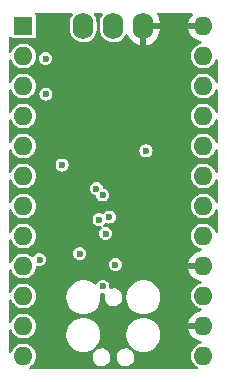
<source format=gbl>
G04 #@! TF.GenerationSoftware,KiCad,Pcbnew,7.0.9*
G04 #@! TF.CreationDate,2023-11-23T02:36:07+01:00*
G04 #@! TF.ProjectId,bosch_kf4_pll,626f7363-685f-46b6-9634-5f706c6c2e6b,2*
G04 #@! TF.SameCoordinates,Original*
G04 #@! TF.FileFunction,Copper,L4,Bot*
G04 #@! TF.FilePolarity,Positive*
%FSLAX46Y46*%
G04 Gerber Fmt 4.6, Leading zero omitted, Abs format (unit mm)*
G04 Created by KiCad (PCBNEW 7.0.9) date 2023-11-23 02:36:07*
%MOMM*%
%LPD*%
G01*
G04 APERTURE LIST*
G04 #@! TA.AperFunction,ComponentPad*
%ADD10O,1.750000X2.250000*%
G04 #@! TD*
G04 #@! TA.AperFunction,ComponentPad*
%ADD11R,1.600000X1.600000*%
G04 #@! TD*
G04 #@! TA.AperFunction,ComponentPad*
%ADD12O,1.600000X1.600000*%
G04 #@! TD*
G04 #@! TA.AperFunction,ViaPad*
%ADD13C,0.600000*%
G04 #@! TD*
G04 APERTURE END LIST*
D10*
X144282500Y-77530000D03*
X146822500Y-77530000D03*
X149362500Y-77530000D03*
D11*
X139217500Y-77530000D03*
D12*
X139217500Y-80070000D03*
X139217500Y-82610000D03*
X139217500Y-85150000D03*
X139217500Y-87690000D03*
X139217500Y-90230000D03*
X139217500Y-92770000D03*
X139217500Y-95310000D03*
X139217500Y-97850000D03*
X139217500Y-100390000D03*
X139217500Y-102930000D03*
X139217500Y-105470000D03*
X154457500Y-105470000D03*
X154457500Y-102930000D03*
X154457500Y-100390000D03*
X154457500Y-97850000D03*
X154457500Y-95310000D03*
X154457500Y-92770000D03*
X154457500Y-90230000D03*
X154457500Y-87690000D03*
X154457500Y-85150000D03*
X154457500Y-82610000D03*
X154457500Y-80070000D03*
X154457500Y-77530000D03*
D13*
X149587500Y-88100000D03*
X142487500Y-89300000D03*
X145937500Y-99580000D03*
X147000000Y-97730000D03*
X142787500Y-84200000D03*
X141087500Y-81900000D03*
X151487500Y-91500000D03*
X145400000Y-99000000D03*
X150387500Y-88400000D03*
X144087500Y-87200000D03*
X148787500Y-84100000D03*
X147001193Y-98498750D03*
X146687500Y-94500000D03*
X147990075Y-94902575D03*
X143117500Y-96630000D03*
X146837500Y-104930000D03*
X151987500Y-94500000D03*
X140587500Y-98100000D03*
X142687500Y-85600000D03*
X148787500Y-87100000D03*
X144287500Y-89300000D03*
X144787500Y-91800000D03*
X145617500Y-93930000D03*
X143987500Y-96800000D03*
X140587500Y-97300000D03*
X145919176Y-91831676D03*
X141087500Y-80300000D03*
X141114400Y-83300000D03*
X145387500Y-91300000D03*
X146187500Y-95100000D03*
X146487500Y-93700000D03*
G04 #@! TA.AperFunction,Conductor*
G36*
X143349785Y-76420185D02*
G01*
X143395540Y-76472989D01*
X143405484Y-76542147D01*
X143387062Y-76591539D01*
X143277565Y-76761919D01*
X143197677Y-76961469D01*
X143162337Y-77144835D01*
X143157000Y-77172528D01*
X143157000Y-77833618D01*
X143172312Y-77993971D01*
X143232869Y-78200209D01*
X143283325Y-78298080D01*
X143331364Y-78391263D01*
X143464229Y-78560214D01*
X143464230Y-78560215D01*
X143464232Y-78560217D01*
X143549920Y-78634466D01*
X143626678Y-78700978D01*
X143812819Y-78808446D01*
X143812820Y-78808446D01*
X143812823Y-78808448D01*
X144015946Y-78878750D01*
X144228701Y-78909338D01*
X144228702Y-78909339D01*
X144228702Y-78909338D01*
X144228703Y-78909339D01*
X144443404Y-78899112D01*
X144652290Y-78848437D01*
X144847810Y-78759146D01*
X145022899Y-78634466D01*
X145100816Y-78552749D01*
X145171225Y-78478905D01*
X145171224Y-78478905D01*
X145171227Y-78478903D01*
X145287435Y-78298080D01*
X145367322Y-78098532D01*
X145408000Y-77887472D01*
X145408000Y-77226382D01*
X145392688Y-77066029D01*
X145332131Y-76859791D01*
X145233638Y-76668741D01*
X145180484Y-76601150D01*
X145154517Y-76536287D01*
X145167740Y-76467680D01*
X145215956Y-76417113D01*
X145277956Y-76400500D01*
X145822746Y-76400500D01*
X145889785Y-76420185D01*
X145935540Y-76472989D01*
X145945484Y-76542147D01*
X145927062Y-76591539D01*
X145817565Y-76761919D01*
X145737677Y-76961469D01*
X145702337Y-77144835D01*
X145697000Y-77172528D01*
X145697000Y-77833618D01*
X145712312Y-77993971D01*
X145772869Y-78200209D01*
X145823325Y-78298080D01*
X145871364Y-78391263D01*
X146004229Y-78560214D01*
X146004230Y-78560215D01*
X146004232Y-78560217D01*
X146089920Y-78634466D01*
X146166678Y-78700978D01*
X146352819Y-78808446D01*
X146352820Y-78808446D01*
X146352823Y-78808448D01*
X146555946Y-78878750D01*
X146768701Y-78909338D01*
X146768702Y-78909339D01*
X146768702Y-78909338D01*
X146768703Y-78909339D01*
X146983404Y-78899112D01*
X147192290Y-78848437D01*
X147387810Y-78759146D01*
X147562899Y-78634466D01*
X147640816Y-78552749D01*
X147711225Y-78478905D01*
X147711224Y-78478905D01*
X147711227Y-78478903D01*
X147827435Y-78298080D01*
X147841495Y-78262959D01*
X147884684Y-78208039D01*
X147950711Y-78185186D01*
X148018611Y-78201658D01*
X148066827Y-78252225D01*
X148069604Y-78257970D01*
X148157762Y-78452999D01*
X148157767Y-78453007D01*
X148288831Y-78646923D01*
X148450788Y-78815906D01*
X148450789Y-78815907D01*
X148638966Y-78955083D01*
X148847967Y-79060459D01*
X149071772Y-79128998D01*
X149112499Y-79134212D01*
X149112500Y-79134212D01*
X149112500Y-77965501D01*
X149220185Y-78014680D01*
X149326737Y-78030000D01*
X149398263Y-78030000D01*
X149504815Y-78014680D01*
X149612500Y-77965501D01*
X149612500Y-79132689D01*
X149766587Y-79099481D01*
X149766588Y-79099481D01*
X149983764Y-79012213D01*
X150183078Y-78889491D01*
X150358773Y-78734859D01*
X150358775Y-78734857D01*
X150505818Y-78552749D01*
X150505819Y-78552749D01*
X150619968Y-78348414D01*
X150697940Y-78127729D01*
X150697943Y-78127717D01*
X150737499Y-77897038D01*
X150737500Y-77897029D01*
X150737500Y-77780000D01*
X149796186Y-77780000D01*
X149821993Y-77739844D01*
X149862500Y-77601889D01*
X149862500Y-77458111D01*
X149821993Y-77320156D01*
X149796186Y-77280000D01*
X150737500Y-77280000D01*
X150737500Y-77221591D01*
X150722622Y-77046788D01*
X150663644Y-76820277D01*
X150567237Y-76607000D01*
X150567234Y-76606994D01*
X150558408Y-76593936D01*
X150537177Y-76527370D01*
X150555305Y-76459893D01*
X150607036Y-76412928D01*
X150661144Y-76400500D01*
X153449160Y-76400500D01*
X153516199Y-76420185D01*
X153561954Y-76472989D01*
X153571898Y-76542147D01*
X153542873Y-76605703D01*
X153536841Y-76612181D01*
X153457842Y-76691179D01*
X153327365Y-76877517D01*
X153231234Y-77083673D01*
X153231230Y-77083682D01*
X153178627Y-77279999D01*
X153178628Y-77280000D01*
X154141814Y-77280000D01*
X154129859Y-77291955D01*
X154072335Y-77404852D01*
X154052514Y-77530000D01*
X154072335Y-77655148D01*
X154129859Y-77768045D01*
X154141814Y-77780000D01*
X153178628Y-77780000D01*
X153231230Y-77976317D01*
X153231234Y-77976326D01*
X153327365Y-78182482D01*
X153457842Y-78368820D01*
X153618679Y-78529657D01*
X153805017Y-78660134D01*
X154011173Y-78756265D01*
X154011182Y-78756269D01*
X154206756Y-78808673D01*
X154266417Y-78845038D01*
X154296946Y-78907885D01*
X154288651Y-78977261D01*
X154244166Y-79031138D01*
X154210658Y-79047109D01*
X154053543Y-79094769D01*
X153982601Y-79132689D01*
X153871050Y-79192315D01*
X153871048Y-79192316D01*
X153871047Y-79192317D01*
X153711089Y-79323589D01*
X153579817Y-79483547D01*
X153482269Y-79666043D01*
X153422199Y-79864067D01*
X153401917Y-80070000D01*
X153422199Y-80275932D01*
X153422200Y-80275934D01*
X153482268Y-80473954D01*
X153579815Y-80656450D01*
X153579817Y-80656452D01*
X153711089Y-80816410D01*
X153807709Y-80895702D01*
X153871050Y-80947685D01*
X154053546Y-81045232D01*
X154251566Y-81105300D01*
X154251565Y-81105300D01*
X154270029Y-81107118D01*
X154457500Y-81125583D01*
X154663434Y-81105300D01*
X154861454Y-81045232D01*
X155043950Y-80947685D01*
X155203910Y-80816410D01*
X155335185Y-80656450D01*
X155432732Y-80473954D01*
X155444339Y-80435687D01*
X155482636Y-80377250D01*
X155546448Y-80348793D01*
X155615515Y-80359352D01*
X155667909Y-80405576D01*
X155687000Y-80471683D01*
X155687000Y-82208316D01*
X155667315Y-82275355D01*
X155614511Y-82321110D01*
X155545353Y-82331054D01*
X155481797Y-82302029D01*
X155444339Y-82244311D01*
X155432732Y-82206046D01*
X155335185Y-82023550D01*
X155283202Y-81960209D01*
X155203910Y-81863589D01*
X155043952Y-81732317D01*
X155043953Y-81732317D01*
X155043950Y-81732315D01*
X154861454Y-81634768D01*
X154663434Y-81574700D01*
X154663432Y-81574699D01*
X154663434Y-81574699D01*
X154457500Y-81554417D01*
X154251567Y-81574699D01*
X154053543Y-81634769D01*
X153943398Y-81693643D01*
X153871050Y-81732315D01*
X153871048Y-81732316D01*
X153871047Y-81732317D01*
X153711089Y-81863589D01*
X153579817Y-82023547D01*
X153482269Y-82206043D01*
X153422199Y-82404067D01*
X153401917Y-82610000D01*
X153422199Y-82815932D01*
X153423172Y-82819139D01*
X153482268Y-83013954D01*
X153579815Y-83196450D01*
X153579817Y-83196452D01*
X153711089Y-83356410D01*
X153807709Y-83435702D01*
X153871050Y-83487685D01*
X154053546Y-83585232D01*
X154251566Y-83645300D01*
X154251565Y-83645300D01*
X154270029Y-83647118D01*
X154457500Y-83665583D01*
X154663434Y-83645300D01*
X154861454Y-83585232D01*
X155043950Y-83487685D01*
X155203910Y-83356410D01*
X155335185Y-83196450D01*
X155432732Y-83013954D01*
X155444339Y-82975687D01*
X155482636Y-82917250D01*
X155546448Y-82888793D01*
X155615515Y-82899352D01*
X155667909Y-82945576D01*
X155687000Y-83011683D01*
X155687000Y-84748316D01*
X155667315Y-84815355D01*
X155614511Y-84861110D01*
X155545353Y-84871054D01*
X155481797Y-84842029D01*
X155444339Y-84784311D01*
X155432732Y-84746046D01*
X155335185Y-84563550D01*
X155283202Y-84500209D01*
X155203910Y-84403589D01*
X155043952Y-84272317D01*
X155043953Y-84272317D01*
X155043950Y-84272315D01*
X154861454Y-84174768D01*
X154663434Y-84114700D01*
X154663432Y-84114699D01*
X154663434Y-84114699D01*
X154457500Y-84094417D01*
X154251567Y-84114699D01*
X154053543Y-84174769D01*
X153943398Y-84233643D01*
X153871050Y-84272315D01*
X153871048Y-84272316D01*
X153871047Y-84272317D01*
X153711089Y-84403589D01*
X153579817Y-84563547D01*
X153482269Y-84746043D01*
X153422199Y-84944067D01*
X153401917Y-85150000D01*
X153422199Y-85355932D01*
X153422200Y-85355934D01*
X153482268Y-85553954D01*
X153579815Y-85736450D01*
X153579817Y-85736452D01*
X153711089Y-85896410D01*
X153807709Y-85975702D01*
X153871050Y-86027685D01*
X154053546Y-86125232D01*
X154251566Y-86185300D01*
X154251565Y-86185300D01*
X154270029Y-86187118D01*
X154457500Y-86205583D01*
X154663434Y-86185300D01*
X154861454Y-86125232D01*
X155043950Y-86027685D01*
X155203910Y-85896410D01*
X155335185Y-85736450D01*
X155432732Y-85553954D01*
X155444339Y-85515687D01*
X155482636Y-85457250D01*
X155546448Y-85428793D01*
X155615515Y-85439352D01*
X155667909Y-85485576D01*
X155687000Y-85551683D01*
X155687000Y-87288316D01*
X155667315Y-87355355D01*
X155614511Y-87401110D01*
X155545353Y-87411054D01*
X155481797Y-87382029D01*
X155444339Y-87324311D01*
X155432732Y-87286046D01*
X155335185Y-87103550D01*
X155283202Y-87040209D01*
X155203910Y-86943589D01*
X155043952Y-86812317D01*
X155043953Y-86812317D01*
X155043950Y-86812315D01*
X154861454Y-86714768D01*
X154663434Y-86654700D01*
X154663432Y-86654699D01*
X154663434Y-86654699D01*
X154457500Y-86634417D01*
X154251567Y-86654699D01*
X154053543Y-86714769D01*
X153943398Y-86773643D01*
X153871050Y-86812315D01*
X153871048Y-86812316D01*
X153871047Y-86812317D01*
X153711089Y-86943589D01*
X153579817Y-87103547D01*
X153482269Y-87286043D01*
X153422199Y-87484067D01*
X153401917Y-87690000D01*
X153422199Y-87895932D01*
X153422200Y-87895934D01*
X153482268Y-88093954D01*
X153579815Y-88276450D01*
X153579817Y-88276452D01*
X153711089Y-88436410D01*
X153807709Y-88515702D01*
X153871050Y-88567685D01*
X154053546Y-88665232D01*
X154251566Y-88725300D01*
X154251565Y-88725300D01*
X154270029Y-88727118D01*
X154457500Y-88745583D01*
X154663434Y-88725300D01*
X154861454Y-88665232D01*
X155043950Y-88567685D01*
X155203910Y-88436410D01*
X155335185Y-88276450D01*
X155432732Y-88093954D01*
X155444339Y-88055687D01*
X155482636Y-87997250D01*
X155546448Y-87968793D01*
X155615515Y-87979352D01*
X155667909Y-88025576D01*
X155687000Y-88091683D01*
X155687000Y-89828316D01*
X155667315Y-89895355D01*
X155614511Y-89941110D01*
X155545353Y-89951054D01*
X155481797Y-89922029D01*
X155444339Y-89864311D01*
X155432732Y-89826046D01*
X155335185Y-89643550D01*
X155281080Y-89577622D01*
X155203910Y-89483589D01*
X155043952Y-89352317D01*
X155043953Y-89352317D01*
X155043950Y-89352315D01*
X154861454Y-89254768D01*
X154663434Y-89194700D01*
X154663432Y-89194699D01*
X154663434Y-89194699D01*
X154457500Y-89174417D01*
X154251567Y-89194699D01*
X154053543Y-89254769D01*
X153943398Y-89313643D01*
X153871050Y-89352315D01*
X153871048Y-89352316D01*
X153871047Y-89352317D01*
X153711089Y-89483589D01*
X153579817Y-89643547D01*
X153482269Y-89826043D01*
X153422199Y-90024067D01*
X153401917Y-90230000D01*
X153422199Y-90435932D01*
X153422200Y-90435934D01*
X153482268Y-90633954D01*
X153579815Y-90816450D01*
X153579817Y-90816452D01*
X153711089Y-90976410D01*
X153767101Y-91022377D01*
X153871050Y-91107685D01*
X154053546Y-91205232D01*
X154251566Y-91265300D01*
X154251565Y-91265300D01*
X154270029Y-91267118D01*
X154457500Y-91285583D01*
X154663434Y-91265300D01*
X154861454Y-91205232D01*
X155043950Y-91107685D01*
X155203910Y-90976410D01*
X155335185Y-90816450D01*
X155432732Y-90633954D01*
X155444339Y-90595687D01*
X155482636Y-90537250D01*
X155546448Y-90508793D01*
X155615515Y-90519352D01*
X155667909Y-90565576D01*
X155687000Y-90631683D01*
X155687000Y-92368316D01*
X155667315Y-92435355D01*
X155614511Y-92481110D01*
X155545353Y-92491054D01*
X155481797Y-92462029D01*
X155444339Y-92404311D01*
X155432732Y-92366046D01*
X155335185Y-92183550D01*
X155274248Y-92109298D01*
X155203910Y-92023589D01*
X155043952Y-91892317D01*
X155043953Y-91892317D01*
X155043950Y-91892315D01*
X154861454Y-91794768D01*
X154663434Y-91734700D01*
X154663432Y-91734699D01*
X154663434Y-91734699D01*
X154457500Y-91714417D01*
X154251567Y-91734699D01*
X154053543Y-91794769D01*
X153968761Y-91840087D01*
X153871050Y-91892315D01*
X153871048Y-91892316D01*
X153871047Y-91892317D01*
X153711089Y-92023589D01*
X153579817Y-92183547D01*
X153482269Y-92366043D01*
X153482268Y-92366045D01*
X153482268Y-92366046D01*
X153481579Y-92368316D01*
X153422199Y-92564067D01*
X153401917Y-92770000D01*
X153422199Y-92975932D01*
X153422200Y-92975934D01*
X153482268Y-93173954D01*
X153579815Y-93356450D01*
X153610361Y-93393671D01*
X153711089Y-93516410D01*
X153759685Y-93556291D01*
X153871050Y-93647685D01*
X154053546Y-93745232D01*
X154251566Y-93805300D01*
X154251565Y-93805300D01*
X154270029Y-93807118D01*
X154457500Y-93825583D01*
X154663434Y-93805300D01*
X154861454Y-93745232D01*
X155043950Y-93647685D01*
X155203910Y-93516410D01*
X155335185Y-93356450D01*
X155432732Y-93173954D01*
X155444339Y-93135687D01*
X155482636Y-93077250D01*
X155546448Y-93048793D01*
X155615515Y-93059352D01*
X155667909Y-93105576D01*
X155687000Y-93171683D01*
X155687000Y-94908316D01*
X155667315Y-94975355D01*
X155614511Y-95021110D01*
X155545353Y-95031054D01*
X155481797Y-95002029D01*
X155444339Y-94944311D01*
X155432732Y-94906046D01*
X155335185Y-94723550D01*
X155230404Y-94595873D01*
X155203910Y-94563589D01*
X155043952Y-94432317D01*
X155043953Y-94432317D01*
X155043950Y-94432315D01*
X154861454Y-94334768D01*
X154663434Y-94274700D01*
X154663432Y-94274699D01*
X154663434Y-94274699D01*
X154457500Y-94254417D01*
X154251567Y-94274699D01*
X154053543Y-94334769D01*
X153943398Y-94393643D01*
X153871050Y-94432315D01*
X153871048Y-94432316D01*
X153871047Y-94432317D01*
X153711089Y-94563589D01*
X153579817Y-94723547D01*
X153482269Y-94906043D01*
X153422199Y-95104067D01*
X153401917Y-95310000D01*
X153422199Y-95515932D01*
X153422200Y-95515934D01*
X153482268Y-95713954D01*
X153579815Y-95896450D01*
X153579817Y-95896452D01*
X153711089Y-96056410D01*
X153807709Y-96135702D01*
X153871050Y-96187685D01*
X154053546Y-96285232D01*
X154210660Y-96332891D01*
X154269097Y-96371187D01*
X154297553Y-96434999D01*
X154286993Y-96504067D01*
X154240769Y-96556460D01*
X154206757Y-96571326D01*
X154011180Y-96623731D01*
X154011173Y-96623734D01*
X153805017Y-96719865D01*
X153618679Y-96850342D01*
X153457842Y-97011179D01*
X153327365Y-97197517D01*
X153231234Y-97403673D01*
X153231230Y-97403682D01*
X153178627Y-97599999D01*
X153178628Y-97600000D01*
X154141814Y-97600000D01*
X154129859Y-97611955D01*
X154072335Y-97724852D01*
X154052514Y-97850000D01*
X154072335Y-97975148D01*
X154129859Y-98088045D01*
X154141814Y-98100000D01*
X153178628Y-98100000D01*
X153231230Y-98296317D01*
X153231234Y-98296326D01*
X153327365Y-98502482D01*
X153457842Y-98688820D01*
X153618679Y-98849657D01*
X153805017Y-98980134D01*
X154011173Y-99076265D01*
X154011182Y-99076269D01*
X154206756Y-99128673D01*
X154266417Y-99165038D01*
X154296946Y-99227885D01*
X154288651Y-99297261D01*
X154244166Y-99351138D01*
X154210658Y-99367109D01*
X154053543Y-99414769D01*
X153943398Y-99473643D01*
X153871050Y-99512315D01*
X153871048Y-99512316D01*
X153871047Y-99512317D01*
X153711089Y-99643589D01*
X153579817Y-99803547D01*
X153482269Y-99986043D01*
X153422199Y-100184067D01*
X153401917Y-100390000D01*
X153422199Y-100595932D01*
X153429616Y-100620383D01*
X153482268Y-100793954D01*
X153579815Y-100976450D01*
X153614469Y-101018677D01*
X153711089Y-101136410D01*
X153783204Y-101195592D01*
X153871050Y-101267685D01*
X154053546Y-101365232D01*
X154210660Y-101412891D01*
X154269097Y-101451187D01*
X154297553Y-101514999D01*
X154286993Y-101584067D01*
X154240769Y-101636460D01*
X154206757Y-101651326D01*
X154011180Y-101703731D01*
X154011173Y-101703734D01*
X153805017Y-101799865D01*
X153618679Y-101930342D01*
X153457842Y-102091179D01*
X153327365Y-102277517D01*
X153231234Y-102483673D01*
X153231230Y-102483682D01*
X153178627Y-102679999D01*
X153178628Y-102680000D01*
X154141814Y-102680000D01*
X154129859Y-102691955D01*
X154072335Y-102804852D01*
X154052514Y-102930000D01*
X154072335Y-103055148D01*
X154129859Y-103168045D01*
X154141814Y-103180000D01*
X153178628Y-103180000D01*
X153231230Y-103376317D01*
X153231234Y-103376326D01*
X153327365Y-103582482D01*
X153457842Y-103768820D01*
X153618679Y-103929657D01*
X153805017Y-104060134D01*
X154011173Y-104156265D01*
X154011182Y-104156269D01*
X154206756Y-104208673D01*
X154266417Y-104245038D01*
X154296946Y-104307885D01*
X154288651Y-104377261D01*
X154244166Y-104431138D01*
X154210658Y-104447109D01*
X154053543Y-104494769D01*
X153943398Y-104553643D01*
X153871050Y-104592315D01*
X153871048Y-104592316D01*
X153871047Y-104592317D01*
X153711089Y-104723589D01*
X153595525Y-104864407D01*
X153579815Y-104883550D01*
X153552863Y-104933973D01*
X153482269Y-105066043D01*
X153422199Y-105264067D01*
X153401917Y-105470000D01*
X153422199Y-105675932D01*
X153422200Y-105675934D01*
X153482268Y-105873954D01*
X153579815Y-106056450D01*
X153614469Y-106098677D01*
X153711089Y-106216410D01*
X153783204Y-106275592D01*
X153871050Y-106347685D01*
X153905581Y-106366142D01*
X153955425Y-106415105D01*
X153970885Y-106483243D01*
X153947053Y-106548922D01*
X153891495Y-106591291D01*
X153847127Y-106599500D01*
X139827873Y-106599500D01*
X139760834Y-106579815D01*
X139715079Y-106527011D01*
X139705135Y-106457853D01*
X139734160Y-106394297D01*
X139769417Y-106366143D01*
X139803950Y-106347685D01*
X139963910Y-106216410D01*
X140095185Y-106056450D01*
X140192732Y-105873954D01*
X140252800Y-105675934D01*
X140258934Y-105613660D01*
X145071893Y-105613660D01*
X145102168Y-105785354D01*
X145171221Y-105945438D01*
X145171222Y-105945440D01*
X145171224Y-105945443D01*
X145253868Y-106056452D01*
X145275332Y-106085283D01*
X145408886Y-106197349D01*
X145564685Y-106275594D01*
X145734329Y-106315800D01*
X145734331Y-106315800D01*
X145864929Y-106315800D01*
X145864936Y-106315800D01*
X145994664Y-106300637D01*
X146158493Y-106241008D01*
X146304154Y-106145205D01*
X146423796Y-106018393D01*
X146510967Y-105867407D01*
X146560969Y-105700388D01*
X146566021Y-105613660D01*
X147103893Y-105613660D01*
X147134168Y-105785354D01*
X147203221Y-105945438D01*
X147203222Y-105945440D01*
X147203224Y-105945443D01*
X147285868Y-106056452D01*
X147307332Y-106085283D01*
X147440886Y-106197349D01*
X147596685Y-106275594D01*
X147766329Y-106315800D01*
X147766331Y-106315800D01*
X147896929Y-106315800D01*
X147896936Y-106315800D01*
X148026664Y-106300637D01*
X148190493Y-106241008D01*
X148336154Y-106145205D01*
X148455796Y-106018393D01*
X148542967Y-105867407D01*
X148592969Y-105700388D01*
X148603107Y-105526340D01*
X148572832Y-105354646D01*
X148503779Y-105194562D01*
X148501167Y-105191054D01*
X148399667Y-105054716D01*
X148266114Y-104942651D01*
X148266112Y-104942650D01*
X148110318Y-104864407D01*
X148110316Y-104864406D01*
X148110315Y-104864406D01*
X147940671Y-104824200D01*
X147810064Y-104824200D01*
X147696552Y-104837467D01*
X147680335Y-104839363D01*
X147680332Y-104839364D01*
X147516508Y-104898991D01*
X147516504Y-104898993D01*
X147370848Y-104994792D01*
X147370847Y-104994793D01*
X147251206Y-105121603D01*
X147251203Y-105121609D01*
X147164034Y-105272590D01*
X147114031Y-105439610D01*
X147114030Y-105439616D01*
X147108979Y-105526340D01*
X147103893Y-105613660D01*
X146566021Y-105613660D01*
X146571107Y-105526340D01*
X146540832Y-105354646D01*
X146471779Y-105194562D01*
X146469167Y-105191054D01*
X146367667Y-105054716D01*
X146234114Y-104942651D01*
X146234112Y-104942650D01*
X146078318Y-104864407D01*
X146078316Y-104864406D01*
X146078315Y-104864406D01*
X145908671Y-104824200D01*
X145778064Y-104824200D01*
X145664552Y-104837467D01*
X145648335Y-104839363D01*
X145648332Y-104839364D01*
X145484509Y-104898990D01*
X145342327Y-104992505D01*
X145340422Y-104993086D01*
X145339736Y-104993851D01*
X145219207Y-105121603D01*
X145219203Y-105121609D01*
X145132034Y-105272590D01*
X145082031Y-105439610D01*
X145082030Y-105439616D01*
X145076979Y-105526340D01*
X145071893Y-105613660D01*
X140258934Y-105613660D01*
X140273083Y-105470000D01*
X140252800Y-105264066D01*
X140192732Y-105066046D01*
X140095185Y-104883550D01*
X140043202Y-104820209D01*
X139963910Y-104723589D01*
X139803952Y-104592317D01*
X139803953Y-104592317D01*
X139803950Y-104592315D01*
X139621454Y-104494768D01*
X139423434Y-104434700D01*
X139423432Y-104434699D01*
X139423434Y-104434699D01*
X139217500Y-104414417D01*
X139011567Y-104434699D01*
X138813543Y-104494769D01*
X138703398Y-104553643D01*
X138631050Y-104592315D01*
X138631048Y-104592316D01*
X138631047Y-104592317D01*
X138471089Y-104723589D01*
X138355525Y-104864407D01*
X138339815Y-104883550D01*
X138312863Y-104933973D01*
X138242269Y-105066043D01*
X138242268Y-105066045D01*
X138242268Y-105066046D01*
X138231074Y-105102950D01*
X138230661Y-105104311D01*
X138192363Y-105162750D01*
X138128551Y-105191206D01*
X138059484Y-105180646D01*
X138007090Y-105134422D01*
X137988000Y-105068316D01*
X137988000Y-103331683D01*
X138007685Y-103264644D01*
X138060489Y-103218889D01*
X138129647Y-103208945D01*
X138193203Y-103237970D01*
X138230660Y-103295687D01*
X138237424Y-103317986D01*
X138242268Y-103333955D01*
X138277847Y-103400518D01*
X138339815Y-103516450D01*
X138339817Y-103516452D01*
X138471089Y-103676410D01*
X138552756Y-103743431D01*
X138631050Y-103807685D01*
X138813546Y-103905232D01*
X139011566Y-103965300D01*
X139011565Y-103965300D01*
X139030029Y-103967118D01*
X139217500Y-103985583D01*
X139423434Y-103965300D01*
X139621454Y-103905232D01*
X139803950Y-103807685D01*
X139832628Y-103784150D01*
X142859550Y-103784150D01*
X142898774Y-104019208D01*
X142976148Y-104244589D01*
X142976154Y-104244603D01*
X143089569Y-104454176D01*
X143089576Y-104454187D01*
X143235933Y-104642227D01*
X143235936Y-104642230D01*
X143235940Y-104642235D01*
X143411266Y-104803633D01*
X143610766Y-104933973D01*
X143828998Y-105029699D01*
X144060010Y-105088199D01*
X144238028Y-105102950D01*
X144238030Y-105102950D01*
X144356970Y-105102950D01*
X144356972Y-105102950D01*
X144534990Y-105088199D01*
X144766002Y-105029699D01*
X144984234Y-104933973D01*
X145181722Y-104804947D01*
X145183834Y-104804309D01*
X145190196Y-104797683D01*
X145359060Y-104642235D01*
X145473837Y-104494769D01*
X145505423Y-104454187D01*
X145505424Y-104454185D01*
X145505429Y-104454179D01*
X145618849Y-104244597D01*
X145696226Y-104019206D01*
X145735450Y-103784152D01*
X145735450Y-103784150D01*
X147939550Y-103784150D01*
X147978774Y-104019208D01*
X148056148Y-104244589D01*
X148056154Y-104244603D01*
X148169569Y-104454176D01*
X148169576Y-104454187D01*
X148315933Y-104642227D01*
X148315936Y-104642230D01*
X148315940Y-104642235D01*
X148491266Y-104803633D01*
X148690766Y-104933973D01*
X148908998Y-105029699D01*
X149140010Y-105088199D01*
X149318028Y-105102950D01*
X149318030Y-105102950D01*
X149436970Y-105102950D01*
X149436972Y-105102950D01*
X149614990Y-105088199D01*
X149846002Y-105029699D01*
X150064234Y-104933973D01*
X150263734Y-104803633D01*
X150439060Y-104642235D01*
X150553837Y-104494769D01*
X150585423Y-104454187D01*
X150585424Y-104454185D01*
X150585429Y-104454179D01*
X150698849Y-104244597D01*
X150776226Y-104019206D01*
X150815450Y-103784152D01*
X150815450Y-103545848D01*
X150776226Y-103310794D01*
X150698849Y-103085403D01*
X150585429Y-102875821D01*
X150585427Y-102875819D01*
X150585423Y-102875812D01*
X150439066Y-102687772D01*
X150439063Y-102687769D01*
X150439060Y-102687765D01*
X150263734Y-102526367D01*
X150263731Y-102526365D01*
X150263730Y-102526364D01*
X150186590Y-102475966D01*
X150064234Y-102396027D01*
X150064231Y-102396025D01*
X150064230Y-102396025D01*
X149846002Y-102300301D01*
X149614986Y-102241800D01*
X149472332Y-102229980D01*
X149436972Y-102227050D01*
X149318028Y-102227050D01*
X149285862Y-102229715D01*
X149140013Y-102241800D01*
X148908997Y-102300301D01*
X148690769Y-102396025D01*
X148491269Y-102526364D01*
X148315943Y-102687762D01*
X148315933Y-102687772D01*
X148169576Y-102875812D01*
X148169569Y-102875823D01*
X148056154Y-103085396D01*
X148056148Y-103085410D01*
X147978774Y-103310791D01*
X147939550Y-103545849D01*
X147939550Y-103784150D01*
X145735450Y-103784150D01*
X145735450Y-103545848D01*
X145696226Y-103310794D01*
X145618849Y-103085403D01*
X145505429Y-102875821D01*
X145505427Y-102875819D01*
X145505423Y-102875812D01*
X145359066Y-102687772D01*
X145359063Y-102687769D01*
X145359060Y-102687765D01*
X145183734Y-102526367D01*
X145183731Y-102526365D01*
X145183730Y-102526364D01*
X145106590Y-102475966D01*
X144984234Y-102396027D01*
X144984231Y-102396025D01*
X144984230Y-102396025D01*
X144766002Y-102300301D01*
X144534986Y-102241800D01*
X144392332Y-102229980D01*
X144356972Y-102227050D01*
X144238028Y-102227050D01*
X144205862Y-102229715D01*
X144060013Y-102241800D01*
X143828997Y-102300301D01*
X143610769Y-102396025D01*
X143411269Y-102526364D01*
X143235943Y-102687762D01*
X143235933Y-102687772D01*
X143089576Y-102875812D01*
X143089569Y-102875823D01*
X142976154Y-103085396D01*
X142976148Y-103085410D01*
X142898774Y-103310791D01*
X142859550Y-103545849D01*
X142859550Y-103784150D01*
X139832628Y-103784150D01*
X139963910Y-103676410D01*
X140095185Y-103516450D01*
X140192732Y-103333954D01*
X140252800Y-103135934D01*
X140273083Y-102930000D01*
X140252800Y-102724066D01*
X140192732Y-102526046D01*
X140095185Y-102343550D01*
X140040993Y-102277517D01*
X139963910Y-102183589D01*
X139803952Y-102052317D01*
X139803953Y-102052317D01*
X139803950Y-102052315D01*
X139621454Y-101954768D01*
X139423434Y-101894700D01*
X139423432Y-101894699D01*
X139423434Y-101894699D01*
X139217500Y-101874417D01*
X139011567Y-101894699D01*
X138813543Y-101954769D01*
X138703398Y-102013643D01*
X138631050Y-102052315D01*
X138631048Y-102052316D01*
X138631047Y-102052317D01*
X138471089Y-102183589D01*
X138339817Y-102343547D01*
X138242269Y-102526043D01*
X138242268Y-102526045D01*
X138242268Y-102526046D01*
X138236569Y-102544835D01*
X138230661Y-102564311D01*
X138192363Y-102622750D01*
X138128551Y-102651206D01*
X138059484Y-102640646D01*
X138007090Y-102594422D01*
X137988000Y-102528316D01*
X137988000Y-100791683D01*
X138007685Y-100724644D01*
X138060489Y-100678889D01*
X138129647Y-100668945D01*
X138193203Y-100697970D01*
X138230661Y-100755689D01*
X138242268Y-100793955D01*
X138277847Y-100860518D01*
X138339815Y-100976450D01*
X138374469Y-101018677D01*
X138471089Y-101136410D01*
X138543204Y-101195592D01*
X138631050Y-101267685D01*
X138813546Y-101365232D01*
X139011566Y-101425300D01*
X139011565Y-101425300D01*
X139030029Y-101427118D01*
X139217500Y-101445583D01*
X139423434Y-101425300D01*
X139621454Y-101365232D01*
X139803950Y-101267685D01*
X139963910Y-101136410D01*
X140095185Y-100976450D01*
X140192732Y-100793954D01*
X140248790Y-100609152D01*
X142859550Y-100609152D01*
X142878822Y-100724644D01*
X142898774Y-100844208D01*
X142976148Y-101069589D01*
X142976154Y-101069603D01*
X143089569Y-101279176D01*
X143089576Y-101279187D01*
X143235933Y-101467227D01*
X143235936Y-101467230D01*
X143235940Y-101467235D01*
X143411266Y-101628633D01*
X143610766Y-101758973D01*
X143828998Y-101854699D01*
X144060010Y-101913199D01*
X144238028Y-101927950D01*
X144238030Y-101927950D01*
X144356970Y-101927950D01*
X144356972Y-101927950D01*
X144534990Y-101913199D01*
X144766002Y-101854699D01*
X144984234Y-101758973D01*
X145183734Y-101628633D01*
X145359060Y-101467235D01*
X145505429Y-101279179D01*
X145618849Y-101069597D01*
X145696226Y-100844206D01*
X145735450Y-100609152D01*
X145735450Y-100370848D01*
X145718282Y-100267968D01*
X145726664Y-100198606D01*
X145771216Y-100144784D01*
X145837795Y-100123593D01*
X145856771Y-100124621D01*
X145918169Y-100132705D01*
X145937499Y-100135250D01*
X145937500Y-100135250D01*
X145937501Y-100135250D01*
X145954457Y-100133017D01*
X145984629Y-100129045D01*
X146053664Y-100139810D01*
X146105920Y-100186190D01*
X146124806Y-100253458D01*
X146119606Y-100287544D01*
X146109339Y-100321840D01*
X146098031Y-100359610D01*
X146098030Y-100359616D01*
X146092979Y-100446340D01*
X146087893Y-100533660D01*
X146118168Y-100705354D01*
X146187221Y-100865438D01*
X146187222Y-100865440D01*
X146187224Y-100865443D01*
X146269868Y-100976452D01*
X146291332Y-101005283D01*
X146424886Y-101117349D01*
X146580685Y-101195594D01*
X146750329Y-101235800D01*
X146750331Y-101235800D01*
X146880929Y-101235800D01*
X146880936Y-101235800D01*
X147010664Y-101220637D01*
X147174493Y-101161008D01*
X147320154Y-101065205D01*
X147439796Y-100938393D01*
X147526967Y-100787407D01*
X147576969Y-100620388D01*
X147577623Y-100609152D01*
X147939550Y-100609152D01*
X147958822Y-100724644D01*
X147978774Y-100844208D01*
X148056148Y-101069589D01*
X148056154Y-101069603D01*
X148169569Y-101279176D01*
X148169576Y-101279187D01*
X148315933Y-101467227D01*
X148315936Y-101467230D01*
X148315940Y-101467235D01*
X148491266Y-101628633D01*
X148690766Y-101758973D01*
X148908998Y-101854699D01*
X149140010Y-101913199D01*
X149318028Y-101927950D01*
X149318030Y-101927950D01*
X149436970Y-101927950D01*
X149436972Y-101927950D01*
X149614990Y-101913199D01*
X149846002Y-101854699D01*
X150064234Y-101758973D01*
X150263734Y-101628633D01*
X150439060Y-101467235D01*
X150585429Y-101279179D01*
X150698849Y-101069597D01*
X150776226Y-100844206D01*
X150815450Y-100609152D01*
X150815450Y-100370848D01*
X150776226Y-100135794D01*
X150698849Y-99910403D01*
X150585429Y-99700821D01*
X150585427Y-99700819D01*
X150585423Y-99700812D01*
X150439066Y-99512772D01*
X150439063Y-99512769D01*
X150439060Y-99512765D01*
X150263734Y-99351367D01*
X150263731Y-99351365D01*
X150263730Y-99351364D01*
X150131538Y-99264999D01*
X150064234Y-99221027D01*
X150064231Y-99221025D01*
X150064230Y-99221025D01*
X149846002Y-99125301D01*
X149614986Y-99066800D01*
X149472332Y-99054980D01*
X149436972Y-99052050D01*
X149318028Y-99052050D01*
X149285862Y-99054715D01*
X149140013Y-99066800D01*
X148908997Y-99125301D01*
X148690769Y-99221025D01*
X148491269Y-99351364D01*
X148315943Y-99512762D01*
X148315933Y-99512772D01*
X148169576Y-99700812D01*
X148169569Y-99700823D01*
X148056154Y-99910396D01*
X148056148Y-99910410D01*
X147978774Y-100135791D01*
X147968292Y-100198606D01*
X147939550Y-100370848D01*
X147939550Y-100609152D01*
X147577623Y-100609152D01*
X147587107Y-100446340D01*
X147556832Y-100274646D01*
X147487779Y-100114562D01*
X147485167Y-100111054D01*
X147383667Y-99974716D01*
X147250114Y-99862651D01*
X147250112Y-99862650D01*
X147094318Y-99784407D01*
X147094316Y-99784406D01*
X147094315Y-99784406D01*
X146924671Y-99744200D01*
X146794064Y-99744200D01*
X146680552Y-99757467D01*
X146664335Y-99759363D01*
X146664329Y-99759364D01*
X146651330Y-99764096D01*
X146581601Y-99768526D01*
X146520547Y-99734553D01*
X146487551Y-99672966D01*
X146485984Y-99631390D01*
X146492750Y-99580000D01*
X146473830Y-99436291D01*
X146418361Y-99302375D01*
X146330121Y-99187379D01*
X146215125Y-99099139D01*
X146215124Y-99099138D01*
X146215122Y-99099137D01*
X146081212Y-99043671D01*
X146081210Y-99043670D01*
X146081209Y-99043670D01*
X146009354Y-99034210D01*
X145937501Y-99024750D01*
X145937499Y-99024750D01*
X145793791Y-99043670D01*
X145793787Y-99043671D01*
X145659877Y-99099137D01*
X145544879Y-99187379D01*
X145456638Y-99302376D01*
X145434547Y-99355709D01*
X145390705Y-99410112D01*
X145324410Y-99432176D01*
X145256711Y-99414896D01*
X145236010Y-99399490D01*
X145183734Y-99351367D01*
X145183731Y-99351365D01*
X145183730Y-99351364D01*
X145051538Y-99264999D01*
X144984234Y-99221027D01*
X144984231Y-99221025D01*
X144984230Y-99221025D01*
X144766002Y-99125301D01*
X144534986Y-99066800D01*
X144392332Y-99054980D01*
X144356972Y-99052050D01*
X144238028Y-99052050D01*
X144205862Y-99054715D01*
X144060013Y-99066800D01*
X143828997Y-99125301D01*
X143610769Y-99221025D01*
X143411269Y-99351364D01*
X143235943Y-99512762D01*
X143235933Y-99512772D01*
X143089576Y-99700812D01*
X143089569Y-99700823D01*
X142976154Y-99910396D01*
X142976148Y-99910410D01*
X142898774Y-100135791D01*
X142888292Y-100198606D01*
X142859550Y-100370848D01*
X142859550Y-100609152D01*
X140248790Y-100609152D01*
X140252800Y-100595934D01*
X140273083Y-100390000D01*
X140252800Y-100184066D01*
X140192732Y-99986046D01*
X140095185Y-99803550D01*
X140010871Y-99700812D01*
X139963910Y-99643589D01*
X139846177Y-99546969D01*
X139803950Y-99512315D01*
X139634054Y-99421502D01*
X139621456Y-99414769D01*
X139621455Y-99414768D01*
X139621454Y-99414768D01*
X139423434Y-99354700D01*
X139423432Y-99354699D01*
X139423434Y-99354699D01*
X139217500Y-99334417D01*
X139011567Y-99354699D01*
X138813543Y-99414769D01*
X138703398Y-99473643D01*
X138631050Y-99512315D01*
X138631048Y-99512316D01*
X138631047Y-99512317D01*
X138471089Y-99643589D01*
X138339817Y-99803547D01*
X138242269Y-99986043D01*
X138242268Y-99986045D01*
X138242268Y-99986046D01*
X138241580Y-99988316D01*
X138230661Y-100024311D01*
X138192363Y-100082750D01*
X138128551Y-100111206D01*
X138059484Y-100100646D01*
X138007090Y-100054422D01*
X137988000Y-99988316D01*
X137988000Y-98251683D01*
X138007685Y-98184644D01*
X138060489Y-98138889D01*
X138129647Y-98128945D01*
X138193203Y-98157970D01*
X138230660Y-98215687D01*
X138237424Y-98237986D01*
X138242268Y-98253955D01*
X138277847Y-98320518D01*
X138339815Y-98436450D01*
X138339817Y-98436452D01*
X138471089Y-98596410D01*
X138552756Y-98663431D01*
X138631050Y-98727685D01*
X138813546Y-98825232D01*
X139011566Y-98885300D01*
X139011565Y-98885300D01*
X139030029Y-98887118D01*
X139217500Y-98905583D01*
X139423434Y-98885300D01*
X139621454Y-98825232D01*
X139803950Y-98727685D01*
X139963910Y-98596410D01*
X140095185Y-98436450D01*
X140192732Y-98253954D01*
X140252800Y-98055934D01*
X140264680Y-97935315D01*
X140290839Y-97870530D01*
X140347874Y-97830171D01*
X140417674Y-97827054D01*
X140435535Y-97832910D01*
X140443791Y-97836330D01*
X140570780Y-97853048D01*
X140587499Y-97855250D01*
X140587500Y-97855250D01*
X140587501Y-97855250D01*
X140602477Y-97853278D01*
X140731209Y-97836330D01*
X140865125Y-97780861D01*
X140931408Y-97730000D01*
X146444750Y-97730000D01*
X146463251Y-97870530D01*
X146463670Y-97873708D01*
X146463671Y-97873712D01*
X146519137Y-98007622D01*
X146519138Y-98007624D01*
X146519139Y-98007625D01*
X146607379Y-98122621D01*
X146722375Y-98210861D01*
X146856291Y-98266330D01*
X146983280Y-98283048D01*
X146999999Y-98285250D01*
X147000000Y-98285250D01*
X147000001Y-98285250D01*
X147014977Y-98283278D01*
X147143709Y-98266330D01*
X147277625Y-98210861D01*
X147392621Y-98122621D01*
X147480861Y-98007625D01*
X147536330Y-97873709D01*
X147555250Y-97730000D01*
X147536330Y-97586291D01*
X147480861Y-97452375D01*
X147392621Y-97337379D01*
X147277625Y-97249139D01*
X147277624Y-97249138D01*
X147277622Y-97249137D01*
X147143712Y-97193671D01*
X147143710Y-97193670D01*
X147143709Y-97193670D01*
X147071854Y-97184210D01*
X147000001Y-97174750D01*
X146999999Y-97174750D01*
X146856291Y-97193670D01*
X146856287Y-97193671D01*
X146722377Y-97249137D01*
X146607379Y-97337379D01*
X146519137Y-97452377D01*
X146463671Y-97586287D01*
X146463670Y-97586291D01*
X146459274Y-97619685D01*
X146444750Y-97730000D01*
X140931408Y-97730000D01*
X140980121Y-97692621D01*
X141068361Y-97577625D01*
X141123830Y-97443709D01*
X141142750Y-97300000D01*
X141123830Y-97156291D01*
X141068361Y-97022375D01*
X140980121Y-96907379D01*
X140865125Y-96819139D01*
X140865124Y-96819138D01*
X140865122Y-96819137D01*
X140818920Y-96800000D01*
X143432250Y-96800000D01*
X143451170Y-96943708D01*
X143451171Y-96943712D01*
X143506637Y-97077622D01*
X143506638Y-97077624D01*
X143506639Y-97077625D01*
X143594879Y-97192621D01*
X143709875Y-97280861D01*
X143843791Y-97336330D01*
X143970780Y-97353048D01*
X143987499Y-97355250D01*
X143987500Y-97355250D01*
X143987501Y-97355250D01*
X144002477Y-97353278D01*
X144131209Y-97336330D01*
X144265125Y-97280861D01*
X144380121Y-97192621D01*
X144468361Y-97077625D01*
X144523830Y-96943709D01*
X144542750Y-96800000D01*
X144523830Y-96656291D01*
X144468361Y-96522375D01*
X144380121Y-96407379D01*
X144265125Y-96319139D01*
X144265124Y-96319138D01*
X144265122Y-96319137D01*
X144131212Y-96263671D01*
X144131210Y-96263670D01*
X144131209Y-96263670D01*
X144059354Y-96254210D01*
X143987501Y-96244750D01*
X143987499Y-96244750D01*
X143843791Y-96263670D01*
X143843787Y-96263671D01*
X143709877Y-96319137D01*
X143594879Y-96407379D01*
X143506637Y-96522377D01*
X143451171Y-96656287D01*
X143451170Y-96656291D01*
X143432250Y-96799999D01*
X143432250Y-96800000D01*
X140818920Y-96800000D01*
X140731212Y-96763671D01*
X140731210Y-96763670D01*
X140731209Y-96763670D01*
X140659354Y-96754210D01*
X140587501Y-96744750D01*
X140587499Y-96744750D01*
X140443791Y-96763670D01*
X140443787Y-96763671D01*
X140309877Y-96819137D01*
X140237378Y-96874768D01*
X140194879Y-96907379D01*
X140113689Y-97013188D01*
X140106636Y-97022379D01*
X140102575Y-97029414D01*
X140099771Y-97027795D01*
X140065366Y-97070407D01*
X139999051Y-97092408D01*
X139931368Y-97075064D01*
X139916079Y-97064336D01*
X139803953Y-96972317D01*
X139803951Y-96972316D01*
X139803950Y-96972315D01*
X139621454Y-96874768D01*
X139423434Y-96814700D01*
X139423432Y-96814699D01*
X139423434Y-96814699D01*
X139217500Y-96794417D01*
X139011567Y-96814699D01*
X138813543Y-96874769D01*
X138703398Y-96933643D01*
X138631050Y-96972315D01*
X138631048Y-96972316D01*
X138631047Y-96972317D01*
X138471089Y-97103589D01*
X138339817Y-97263547D01*
X138339815Y-97263550D01*
X138320332Y-97300000D01*
X138242269Y-97446043D01*
X138242268Y-97446045D01*
X138242268Y-97446046D01*
X138236569Y-97464835D01*
X138230661Y-97484311D01*
X138192363Y-97542750D01*
X138128551Y-97571206D01*
X138059484Y-97560646D01*
X138007090Y-97514422D01*
X137988000Y-97448316D01*
X137988000Y-95711683D01*
X138007685Y-95644644D01*
X138060489Y-95598889D01*
X138129647Y-95588945D01*
X138193203Y-95617970D01*
X138230661Y-95675689D01*
X138242268Y-95713955D01*
X138242269Y-95713956D01*
X138339815Y-95896450D01*
X138339817Y-95896452D01*
X138471089Y-96056410D01*
X138567709Y-96135702D01*
X138631050Y-96187685D01*
X138813546Y-96285232D01*
X139011566Y-96345300D01*
X139011565Y-96345300D01*
X139030029Y-96347118D01*
X139217500Y-96365583D01*
X139423434Y-96345300D01*
X139621454Y-96285232D01*
X139803950Y-96187685D01*
X139963910Y-96056410D01*
X140095185Y-95896450D01*
X140192732Y-95713954D01*
X140252800Y-95515934D01*
X140273083Y-95310000D01*
X140252800Y-95104066D01*
X140192732Y-94906046D01*
X140095185Y-94723550D01*
X139990404Y-94595873D01*
X139963910Y-94563589D01*
X139803952Y-94432317D01*
X139803953Y-94432317D01*
X139803950Y-94432315D01*
X139621454Y-94334768D01*
X139423434Y-94274700D01*
X139423432Y-94274699D01*
X139423434Y-94274699D01*
X139217500Y-94254417D01*
X139011567Y-94274699D01*
X138813543Y-94334769D01*
X138703398Y-94393643D01*
X138631050Y-94432315D01*
X138631048Y-94432316D01*
X138631047Y-94432317D01*
X138471089Y-94563589D01*
X138339817Y-94723547D01*
X138242269Y-94906043D01*
X138242268Y-94906045D01*
X138242268Y-94906046D01*
X138241580Y-94908316D01*
X138230661Y-94944311D01*
X138192363Y-95002750D01*
X138128551Y-95031206D01*
X138059484Y-95020646D01*
X138007090Y-94974422D01*
X137988000Y-94908316D01*
X137988000Y-93930000D01*
X145062250Y-93930000D01*
X145081170Y-94073708D01*
X145081171Y-94073712D01*
X145136637Y-94207622D01*
X145136638Y-94207624D01*
X145136639Y-94207625D01*
X145224879Y-94322621D01*
X145339875Y-94410861D01*
X145473791Y-94466330D01*
X145600780Y-94483048D01*
X145617499Y-94485250D01*
X145617500Y-94485250D01*
X145722240Y-94471460D01*
X145791273Y-94482225D01*
X145843529Y-94528605D01*
X145862415Y-94595873D01*
X145841935Y-94662674D01*
X145813914Y-94692772D01*
X145794881Y-94707377D01*
X145794880Y-94707378D01*
X145794879Y-94707379D01*
X145750759Y-94764877D01*
X145706637Y-94822377D01*
X145651171Y-94956287D01*
X145651170Y-94956291D01*
X145632250Y-95099999D01*
X145632250Y-95100000D01*
X145651170Y-95243708D01*
X145651171Y-95243712D01*
X145706637Y-95377622D01*
X145706638Y-95377624D01*
X145706639Y-95377625D01*
X145794879Y-95492621D01*
X145909875Y-95580861D01*
X146043791Y-95636330D01*
X146170780Y-95653048D01*
X146187499Y-95655250D01*
X146187500Y-95655250D01*
X146187501Y-95655250D01*
X146202477Y-95653278D01*
X146331209Y-95636330D01*
X146465125Y-95580861D01*
X146580121Y-95492621D01*
X146668361Y-95377625D01*
X146723830Y-95243709D01*
X146742750Y-95100000D01*
X146723830Y-94956291D01*
X146668361Y-94822375D01*
X146580121Y-94707379D01*
X146465125Y-94619139D01*
X146465124Y-94619138D01*
X146465122Y-94619137D01*
X146331212Y-94563671D01*
X146331210Y-94563670D01*
X146331209Y-94563670D01*
X146210462Y-94547773D01*
X146187501Y-94544750D01*
X146187498Y-94544750D01*
X146082760Y-94558539D01*
X146013725Y-94547773D01*
X145961469Y-94501393D01*
X145942584Y-94434124D01*
X145963065Y-94367324D01*
X145991086Y-94337226D01*
X146010121Y-94322621D01*
X146082918Y-94227750D01*
X146139344Y-94186549D01*
X146209090Y-94182394D01*
X146228744Y-94188677D01*
X146274483Y-94207622D01*
X146343791Y-94236330D01*
X146470780Y-94253048D01*
X146487499Y-94255250D01*
X146487500Y-94255250D01*
X146487501Y-94255250D01*
X146502477Y-94253278D01*
X146631209Y-94236330D01*
X146765125Y-94180861D01*
X146880121Y-94092621D01*
X146968361Y-93977625D01*
X147023830Y-93843709D01*
X147042750Y-93700000D01*
X147023830Y-93556291D01*
X146979446Y-93449137D01*
X146968362Y-93422377D01*
X146968361Y-93422376D01*
X146968361Y-93422375D01*
X146880121Y-93307379D01*
X146765125Y-93219139D01*
X146765124Y-93219138D01*
X146765122Y-93219137D01*
X146631212Y-93163671D01*
X146631210Y-93163670D01*
X146631209Y-93163670D01*
X146559354Y-93154210D01*
X146487501Y-93144750D01*
X146487499Y-93144750D01*
X146343791Y-93163670D01*
X146343787Y-93163671D01*
X146209877Y-93219137D01*
X146094876Y-93307381D01*
X146022082Y-93402248D01*
X145965654Y-93443451D01*
X145895908Y-93447605D01*
X145876255Y-93441323D01*
X145761209Y-93393670D01*
X145761208Y-93393669D01*
X145761206Y-93393669D01*
X145617501Y-93374750D01*
X145617499Y-93374750D01*
X145473791Y-93393670D01*
X145473787Y-93393671D01*
X145339877Y-93449137D01*
X145224879Y-93537379D01*
X145136637Y-93652377D01*
X145081171Y-93786287D01*
X145081170Y-93786291D01*
X145062250Y-93929999D01*
X145062250Y-93930000D01*
X137988000Y-93930000D01*
X137988000Y-93171683D01*
X138007685Y-93104644D01*
X138060489Y-93058889D01*
X138129647Y-93048945D01*
X138193203Y-93077970D01*
X138230661Y-93135689D01*
X138242268Y-93173955D01*
X138242269Y-93173956D01*
X138339815Y-93356450D01*
X138370361Y-93393671D01*
X138471089Y-93516410D01*
X138519685Y-93556291D01*
X138631050Y-93647685D01*
X138813546Y-93745232D01*
X139011566Y-93805300D01*
X139011565Y-93805300D01*
X139030029Y-93807118D01*
X139217500Y-93825583D01*
X139423434Y-93805300D01*
X139621454Y-93745232D01*
X139803950Y-93647685D01*
X139963910Y-93516410D01*
X140095185Y-93356450D01*
X140192732Y-93173954D01*
X140252800Y-92975934D01*
X140273083Y-92770000D01*
X140252800Y-92564066D01*
X140192732Y-92366046D01*
X140095185Y-92183550D01*
X140034248Y-92109298D01*
X139963910Y-92023589D01*
X139803952Y-91892317D01*
X139803953Y-91892317D01*
X139803950Y-91892315D01*
X139621454Y-91794768D01*
X139423434Y-91734700D01*
X139423432Y-91734699D01*
X139423434Y-91734699D01*
X139217500Y-91714417D01*
X139011567Y-91734699D01*
X138813543Y-91794769D01*
X138728761Y-91840087D01*
X138631050Y-91892315D01*
X138631048Y-91892316D01*
X138631047Y-91892317D01*
X138471089Y-92023589D01*
X138339817Y-92183547D01*
X138242269Y-92366043D01*
X138242268Y-92366045D01*
X138242268Y-92366046D01*
X138241580Y-92368316D01*
X138230661Y-92404311D01*
X138192363Y-92462750D01*
X138128551Y-92491206D01*
X138059484Y-92480646D01*
X138007090Y-92434422D01*
X137988000Y-92368316D01*
X137988000Y-91300000D01*
X144832250Y-91300000D01*
X144851170Y-91443708D01*
X144851171Y-91443712D01*
X144906637Y-91577622D01*
X144906638Y-91577624D01*
X144906639Y-91577625D01*
X144994879Y-91692621D01*
X145109875Y-91780861D01*
X145243791Y-91836330D01*
X145272333Y-91840087D01*
X145336229Y-91868352D01*
X145374701Y-91926676D01*
X145379087Y-91946837D01*
X145382846Y-91975386D01*
X145438313Y-92109298D01*
X145438314Y-92109300D01*
X145438315Y-92109301D01*
X145526555Y-92224297D01*
X145641551Y-92312537D01*
X145775467Y-92368006D01*
X145902456Y-92384724D01*
X145919175Y-92386926D01*
X145919176Y-92386926D01*
X145919177Y-92386926D01*
X145934153Y-92384954D01*
X146062885Y-92368006D01*
X146196801Y-92312537D01*
X146311797Y-92224297D01*
X146400037Y-92109301D01*
X146455506Y-91975385D01*
X146474426Y-91831676D01*
X146455506Y-91687967D01*
X146400037Y-91554051D01*
X146311797Y-91439055D01*
X146196801Y-91350815D01*
X146196800Y-91350814D01*
X146196798Y-91350813D01*
X146062886Y-91295346D01*
X146034337Y-91291587D01*
X145970441Y-91263318D01*
X145931972Y-91204993D01*
X145927587Y-91184832D01*
X145923830Y-91156292D01*
X145923828Y-91156287D01*
X145868362Y-91022377D01*
X145868361Y-91022376D01*
X145868361Y-91022375D01*
X145780121Y-90907379D01*
X145665125Y-90819139D01*
X145665124Y-90819138D01*
X145665122Y-90819137D01*
X145531212Y-90763671D01*
X145531210Y-90763670D01*
X145531209Y-90763670D01*
X145459354Y-90754210D01*
X145387501Y-90744750D01*
X145387499Y-90744750D01*
X145243791Y-90763670D01*
X145243787Y-90763671D01*
X145109877Y-90819137D01*
X144994879Y-90907379D01*
X144906637Y-91022377D01*
X144851171Y-91156287D01*
X144851170Y-91156291D01*
X144832250Y-91299999D01*
X144832250Y-91300000D01*
X137988000Y-91300000D01*
X137988000Y-90631683D01*
X138007685Y-90564644D01*
X138060489Y-90518889D01*
X138129647Y-90508945D01*
X138193203Y-90537970D01*
X138230661Y-90595689D01*
X138242268Y-90633955D01*
X138242269Y-90633956D01*
X138339815Y-90816450D01*
X138339817Y-90816452D01*
X138471089Y-90976410D01*
X138527101Y-91022377D01*
X138631050Y-91107685D01*
X138813546Y-91205232D01*
X139011566Y-91265300D01*
X139011565Y-91265300D01*
X139030029Y-91267118D01*
X139217500Y-91285583D01*
X139423434Y-91265300D01*
X139621454Y-91205232D01*
X139803950Y-91107685D01*
X139963910Y-90976410D01*
X140095185Y-90816450D01*
X140192732Y-90633954D01*
X140252800Y-90435934D01*
X140273083Y-90230000D01*
X140252800Y-90024066D01*
X140192732Y-89826046D01*
X140095185Y-89643550D01*
X140041080Y-89577622D01*
X139963910Y-89483589D01*
X139803952Y-89352317D01*
X139803953Y-89352317D01*
X139803950Y-89352315D01*
X139706076Y-89300000D01*
X141932250Y-89300000D01*
X141951170Y-89443708D01*
X141951171Y-89443712D01*
X142006637Y-89577622D01*
X142006638Y-89577624D01*
X142006639Y-89577625D01*
X142094879Y-89692621D01*
X142209875Y-89780861D01*
X142343791Y-89836330D01*
X142470780Y-89853048D01*
X142487499Y-89855250D01*
X142487500Y-89855250D01*
X142487501Y-89855250D01*
X142502477Y-89853278D01*
X142631209Y-89836330D01*
X142765125Y-89780861D01*
X142880121Y-89692621D01*
X142968361Y-89577625D01*
X143023830Y-89443709D01*
X143042750Y-89300000D01*
X143023830Y-89156291D01*
X142968361Y-89022375D01*
X142880121Y-88907379D01*
X142765125Y-88819139D01*
X142765124Y-88819138D01*
X142765122Y-88819137D01*
X142631212Y-88763671D01*
X142631210Y-88763670D01*
X142631209Y-88763670D01*
X142559354Y-88754210D01*
X142487501Y-88744750D01*
X142487499Y-88744750D01*
X142343791Y-88763670D01*
X142343787Y-88763671D01*
X142209877Y-88819137D01*
X142094879Y-88907379D01*
X142006637Y-89022377D01*
X141951171Y-89156287D01*
X141951170Y-89156291D01*
X141932250Y-89299999D01*
X141932250Y-89300000D01*
X139706076Y-89300000D01*
X139621454Y-89254768D01*
X139423434Y-89194700D01*
X139423432Y-89194699D01*
X139423434Y-89194699D01*
X139217500Y-89174417D01*
X139011567Y-89194699D01*
X138813543Y-89254769D01*
X138703398Y-89313643D01*
X138631050Y-89352315D01*
X138631048Y-89352316D01*
X138631047Y-89352317D01*
X138471089Y-89483589D01*
X138339817Y-89643547D01*
X138242269Y-89826043D01*
X138242268Y-89826045D01*
X138242268Y-89826046D01*
X138233410Y-89855250D01*
X138230661Y-89864311D01*
X138192363Y-89922750D01*
X138128551Y-89951206D01*
X138059484Y-89940646D01*
X138007090Y-89894422D01*
X137988000Y-89828316D01*
X137988000Y-88091683D01*
X138007685Y-88024644D01*
X138060489Y-87978889D01*
X138129647Y-87968945D01*
X138193203Y-87997970D01*
X138230661Y-88055689D01*
X138242268Y-88093955D01*
X138277847Y-88160518D01*
X138339815Y-88276450D01*
X138339817Y-88276452D01*
X138471089Y-88436410D01*
X138567709Y-88515702D01*
X138631050Y-88567685D01*
X138813546Y-88665232D01*
X139011566Y-88725300D01*
X139011565Y-88725300D01*
X139030029Y-88727118D01*
X139217500Y-88745583D01*
X139423434Y-88725300D01*
X139621454Y-88665232D01*
X139803950Y-88567685D01*
X139963910Y-88436410D01*
X140095185Y-88276450D01*
X140189500Y-88100000D01*
X149032250Y-88100000D01*
X149051170Y-88243708D01*
X149051171Y-88243712D01*
X149106637Y-88377622D01*
X149106638Y-88377624D01*
X149106639Y-88377625D01*
X149194879Y-88492621D01*
X149309875Y-88580861D01*
X149443791Y-88636330D01*
X149570780Y-88653048D01*
X149587499Y-88655250D01*
X149587500Y-88655250D01*
X149587501Y-88655250D01*
X149602477Y-88653278D01*
X149731209Y-88636330D01*
X149865125Y-88580861D01*
X149980121Y-88492621D01*
X150068361Y-88377625D01*
X150123830Y-88243709D01*
X150142750Y-88100000D01*
X150123830Y-87956291D01*
X150068361Y-87822375D01*
X149980121Y-87707379D01*
X149865125Y-87619139D01*
X149865124Y-87619138D01*
X149865122Y-87619137D01*
X149731212Y-87563671D01*
X149731210Y-87563670D01*
X149731209Y-87563670D01*
X149659354Y-87554210D01*
X149587501Y-87544750D01*
X149587499Y-87544750D01*
X149443791Y-87563670D01*
X149443787Y-87563671D01*
X149309877Y-87619137D01*
X149194879Y-87707379D01*
X149106637Y-87822377D01*
X149051171Y-87956287D01*
X149051170Y-87956291D01*
X149032250Y-88099999D01*
X149032250Y-88100000D01*
X140189500Y-88100000D01*
X140192732Y-88093954D01*
X140252800Y-87895934D01*
X140273083Y-87690000D01*
X140252800Y-87484066D01*
X140192732Y-87286046D01*
X140095185Y-87103550D01*
X140043202Y-87040209D01*
X139963910Y-86943589D01*
X139803952Y-86812317D01*
X139803953Y-86812317D01*
X139803950Y-86812315D01*
X139621454Y-86714768D01*
X139423434Y-86654700D01*
X139423432Y-86654699D01*
X139423434Y-86654699D01*
X139217500Y-86634417D01*
X139011567Y-86654699D01*
X138813543Y-86714769D01*
X138703398Y-86773643D01*
X138631050Y-86812315D01*
X138631048Y-86812316D01*
X138631047Y-86812317D01*
X138471089Y-86943589D01*
X138339817Y-87103547D01*
X138242269Y-87286043D01*
X138242268Y-87286045D01*
X138242268Y-87286046D01*
X138241580Y-87288316D01*
X138230661Y-87324311D01*
X138192363Y-87382750D01*
X138128551Y-87411206D01*
X138059484Y-87400646D01*
X138007090Y-87354422D01*
X137988000Y-87288316D01*
X137988000Y-85551683D01*
X138007685Y-85484644D01*
X138060489Y-85438889D01*
X138129647Y-85428945D01*
X138193203Y-85457970D01*
X138230661Y-85515689D01*
X138242268Y-85553955D01*
X138242269Y-85553956D01*
X138339815Y-85736450D01*
X138339817Y-85736452D01*
X138471089Y-85896410D01*
X138567709Y-85975702D01*
X138631050Y-86027685D01*
X138813546Y-86125232D01*
X139011566Y-86185300D01*
X139011565Y-86185300D01*
X139030029Y-86187118D01*
X139217500Y-86205583D01*
X139423434Y-86185300D01*
X139621454Y-86125232D01*
X139803950Y-86027685D01*
X139963910Y-85896410D01*
X140095185Y-85736450D01*
X140192732Y-85553954D01*
X140252800Y-85355934D01*
X140273083Y-85150000D01*
X140252800Y-84944066D01*
X140192732Y-84746046D01*
X140095185Y-84563550D01*
X140043202Y-84500209D01*
X139963910Y-84403589D01*
X139803952Y-84272317D01*
X139803953Y-84272317D01*
X139803950Y-84272315D01*
X139621454Y-84174768D01*
X139423434Y-84114700D01*
X139423432Y-84114699D01*
X139423434Y-84114699D01*
X139217500Y-84094417D01*
X139011567Y-84114699D01*
X138813543Y-84174769D01*
X138703398Y-84233643D01*
X138631050Y-84272315D01*
X138631048Y-84272316D01*
X138631047Y-84272317D01*
X138471089Y-84403589D01*
X138339817Y-84563547D01*
X138242269Y-84746043D01*
X138242268Y-84746045D01*
X138242268Y-84746046D01*
X138241580Y-84748316D01*
X138230661Y-84784311D01*
X138192363Y-84842750D01*
X138128551Y-84871206D01*
X138059484Y-84860646D01*
X138007090Y-84814422D01*
X137988000Y-84748316D01*
X137988000Y-83011683D01*
X138007685Y-82944644D01*
X138060489Y-82898889D01*
X138129647Y-82888945D01*
X138193203Y-82917970D01*
X138230661Y-82975689D01*
X138242268Y-83013955D01*
X138242269Y-83013956D01*
X138339815Y-83196450D01*
X138339817Y-83196452D01*
X138471089Y-83356410D01*
X138567709Y-83435702D01*
X138631050Y-83487685D01*
X138813546Y-83585232D01*
X139011566Y-83645300D01*
X139011565Y-83645300D01*
X139030029Y-83647118D01*
X139217500Y-83665583D01*
X139423434Y-83645300D01*
X139621454Y-83585232D01*
X139803950Y-83487685D01*
X139963910Y-83356410D01*
X140010204Y-83300000D01*
X140559150Y-83300000D01*
X140578070Y-83443708D01*
X140578071Y-83443712D01*
X140633537Y-83577622D01*
X140633538Y-83577624D01*
X140633539Y-83577625D01*
X140721779Y-83692621D01*
X140836775Y-83780861D01*
X140970691Y-83836330D01*
X141097680Y-83853048D01*
X141114399Y-83855250D01*
X141114400Y-83855250D01*
X141114401Y-83855250D01*
X141129377Y-83853278D01*
X141258109Y-83836330D01*
X141392025Y-83780861D01*
X141507021Y-83692621D01*
X141595261Y-83577625D01*
X141650730Y-83443709D01*
X141669650Y-83300000D01*
X141650730Y-83156291D01*
X141595261Y-83022375D01*
X141507021Y-82907379D01*
X141392025Y-82819139D01*
X141392024Y-82819138D01*
X141392022Y-82819137D01*
X141258112Y-82763671D01*
X141258110Y-82763670D01*
X141258109Y-82763670D01*
X141186254Y-82754210D01*
X141114401Y-82744750D01*
X141114399Y-82744750D01*
X140970691Y-82763670D01*
X140970687Y-82763671D01*
X140836777Y-82819137D01*
X140721779Y-82907379D01*
X140633537Y-83022377D01*
X140578071Y-83156287D01*
X140578070Y-83156291D01*
X140559150Y-83299999D01*
X140559150Y-83300000D01*
X140010204Y-83300000D01*
X140095185Y-83196450D01*
X140192732Y-83013954D01*
X140252800Y-82815934D01*
X140273083Y-82610000D01*
X140252800Y-82404066D01*
X140192732Y-82206046D01*
X140095185Y-82023550D01*
X140043202Y-81960209D01*
X139963910Y-81863589D01*
X139803952Y-81732317D01*
X139803953Y-81732317D01*
X139803950Y-81732315D01*
X139621454Y-81634768D01*
X139423434Y-81574700D01*
X139423432Y-81574699D01*
X139423434Y-81574699D01*
X139217500Y-81554417D01*
X139011567Y-81574699D01*
X138813543Y-81634769D01*
X138703398Y-81693643D01*
X138631050Y-81732315D01*
X138631048Y-81732316D01*
X138631047Y-81732317D01*
X138471089Y-81863589D01*
X138339817Y-82023547D01*
X138242269Y-82206043D01*
X138242268Y-82206045D01*
X138242268Y-82206046D01*
X138241580Y-82208316D01*
X138230661Y-82244311D01*
X138192363Y-82302750D01*
X138128551Y-82331206D01*
X138059484Y-82320646D01*
X138007090Y-82274422D01*
X137988000Y-82208316D01*
X137988000Y-80471683D01*
X138007685Y-80404644D01*
X138060489Y-80358889D01*
X138129647Y-80348945D01*
X138193203Y-80377970D01*
X138230660Y-80435687D01*
X138237424Y-80457986D01*
X138242268Y-80473955D01*
X138242269Y-80473956D01*
X138339815Y-80656450D01*
X138339817Y-80656452D01*
X138471089Y-80816410D01*
X138567709Y-80895702D01*
X138631050Y-80947685D01*
X138813546Y-81045232D01*
X139011566Y-81105300D01*
X139011565Y-81105300D01*
X139030029Y-81107118D01*
X139217500Y-81125583D01*
X139423434Y-81105300D01*
X139621454Y-81045232D01*
X139803950Y-80947685D01*
X139963910Y-80816410D01*
X140095185Y-80656450D01*
X140192732Y-80473954D01*
X140245500Y-80300000D01*
X140532250Y-80300000D01*
X140551170Y-80443708D01*
X140551171Y-80443712D01*
X140606637Y-80577622D01*
X140606638Y-80577624D01*
X140606639Y-80577625D01*
X140694879Y-80692621D01*
X140809875Y-80780861D01*
X140943791Y-80836330D01*
X141070780Y-80853048D01*
X141087499Y-80855250D01*
X141087500Y-80855250D01*
X141087501Y-80855250D01*
X141102477Y-80853278D01*
X141231209Y-80836330D01*
X141365125Y-80780861D01*
X141480121Y-80692621D01*
X141568361Y-80577625D01*
X141623830Y-80443709D01*
X141642750Y-80300000D01*
X141623830Y-80156291D01*
X141568361Y-80022375D01*
X141480121Y-79907379D01*
X141365125Y-79819139D01*
X141365124Y-79819138D01*
X141365122Y-79819137D01*
X141231212Y-79763671D01*
X141231210Y-79763670D01*
X141231209Y-79763670D01*
X141159354Y-79754210D01*
X141087501Y-79744750D01*
X141087499Y-79744750D01*
X140943791Y-79763670D01*
X140943787Y-79763671D01*
X140809877Y-79819137D01*
X140694879Y-79907379D01*
X140606637Y-80022377D01*
X140551171Y-80156287D01*
X140551170Y-80156291D01*
X140532250Y-80299999D01*
X140532250Y-80300000D01*
X140245500Y-80300000D01*
X140252800Y-80275934D01*
X140273083Y-80070000D01*
X140252800Y-79864066D01*
X140192732Y-79666046D01*
X140095185Y-79483550D01*
X140043202Y-79420209D01*
X139963910Y-79323589D01*
X139803952Y-79192317D01*
X139803953Y-79192317D01*
X139803950Y-79192315D01*
X139621454Y-79094768D01*
X139423434Y-79034700D01*
X139423432Y-79034699D01*
X139423434Y-79034699D01*
X139217500Y-79014417D01*
X139011567Y-79034699D01*
X138813543Y-79094769D01*
X138742601Y-79132689D01*
X138631050Y-79192315D01*
X138631048Y-79192316D01*
X138631047Y-79192317D01*
X138471089Y-79323589D01*
X138339817Y-79483547D01*
X138242269Y-79666043D01*
X138242268Y-79666045D01*
X138242268Y-79666046D01*
X138241580Y-79668316D01*
X138230661Y-79704311D01*
X138192363Y-79762750D01*
X138128551Y-79791206D01*
X138059484Y-79780646D01*
X138007090Y-79734422D01*
X137988000Y-79668316D01*
X137988000Y-78546869D01*
X138007685Y-78479830D01*
X138060489Y-78434075D01*
X138129647Y-78424131D01*
X138193203Y-78453156D01*
X138215099Y-78477974D01*
X138236899Y-78510601D01*
X138311156Y-78560217D01*
X138319760Y-78565966D01*
X138319764Y-78565967D01*
X138392821Y-78580499D01*
X138392824Y-78580500D01*
X138392826Y-78580500D01*
X140042176Y-78580500D01*
X140042177Y-78580499D01*
X140115240Y-78565966D01*
X140198101Y-78510601D01*
X140253466Y-78427740D01*
X140268000Y-78354674D01*
X140268000Y-76705326D01*
X140268000Y-76705323D01*
X140267999Y-76705321D01*
X140253467Y-76632264D01*
X140253466Y-76632260D01*
X140235721Y-76605703D01*
X140227493Y-76593389D01*
X140206617Y-76526712D01*
X140225102Y-76459332D01*
X140277081Y-76412643D01*
X140330597Y-76400500D01*
X143282746Y-76400500D01*
X143349785Y-76420185D01*
G37*
G04 #@! TD.AperFunction*
M02*

</source>
